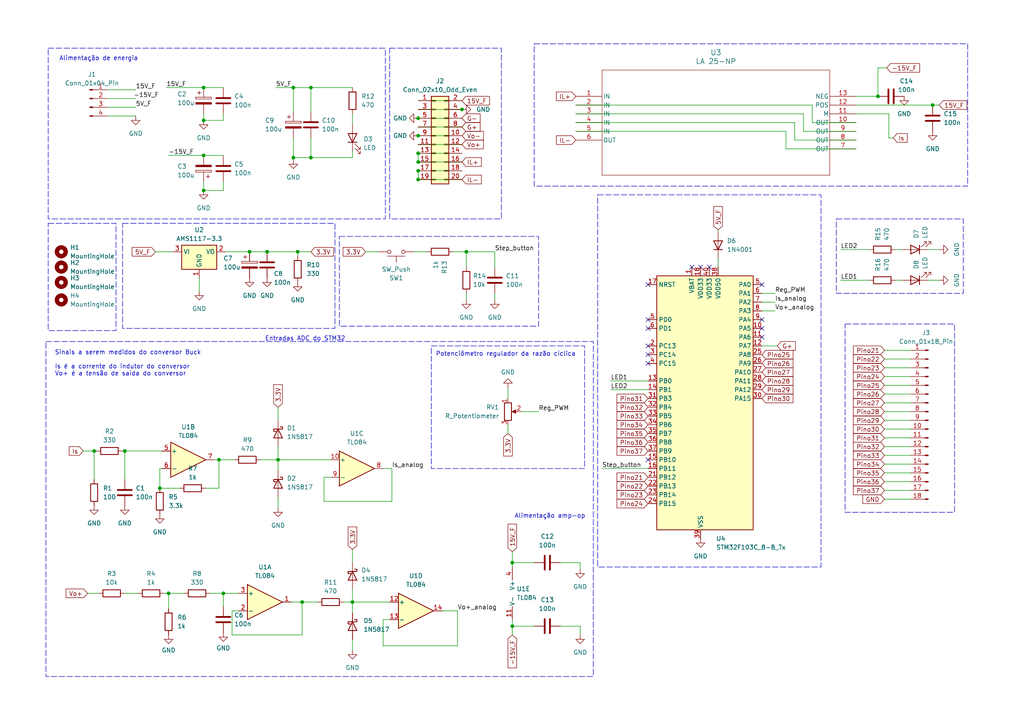
<source format=kicad_sch>
(kicad_sch (version 20230121) (generator eeschema)
  (paper "A4")
  (title_block (title "Instrumentação conversor Buck didático") (date "2024-04-09") (rev "v1.1") (comment 1 "Projetista: Milton Brenner Machado Matoso"))
  (lib_symbols
    (symbol "Amplifier_Operational:TL084" (pin_names (offset 0.127))
      (property "Reference" "U" (at 0 5.08 0))
      (property "Value" "TL084" (at 0 -5.08 0))
      (symbol "TL084_1_1"
        (pin output line (at 7.62 0 180) (length 2.54) (name "~") (number "1"))
        (pin input line (at -7.62 -2.54 0) (length 2.54) (name "-") (number "2"))
        (pin input line (at -7.62 2.54 0) (length 2.54) (name "+") (number "3"))
      )
      (symbol "TL084_2_1"
        (pin input line (at -7.62 2.54 0) (length 2.54) (name "+") (number "5"))
        (pin input line (at -7.62 -2.54 0) (length 2.54) (name "-") (number "6"))
        (pin output line (at 7.62 0 180) (length 2.54) (name "~") (number "7"))
      )
      (symbol "TL084_3_1"
        (pin input line (at -7.62 2.54 0) (length 2.54) (name "+") (number "10"))
        (pin output line (at 7.62 0 180) (length 2.54) (name "~") (number "8"))
        (pin input line (at -7.62 -2.54 0) (length 2.54) (name "-") (number "9"))
      )
      (symbol "TL084_4_1"
        (pin input line (at -7.62 2.54 0) (length 2.54) (name "+") (number "12"))
        (pin input line (at -7.62 -2.54 0) (length 2.54) (name "-") (number "13"))
        (pin output line (at 7.62 0 180) (length 2.54) (name "~") (number "14"))
      )
      (symbol "TL084_5_1"
        (pin power_in line (at -2.54 -7.62 90) (length 3.81) (name "V-") (number "11"))
        (pin power_in line (at -2.54 7.62 270) (length 3.81) (name "V+") (number "4"))
      )
    )
    (symbol "Connector:Conn_01x04_Pin" (pin_names (offset 1.016) hide)
      (property "Reference" "J" (at 0 5.08 0))
      (property "Value" "Conn_01x04_Pin" (at 0 -7.62 0))
      (symbol "Conn_01x04_Pin_1_1"
        (pin passive line (at 5.08 2.54 180) (length 3.81) (name "Pin_1") (number "1"))
        (pin passive line (at 5.08 0 180) (length 3.81) (name "Pin_2") (number "2"))
        (pin passive line (at 5.08 -2.54 180) (length 3.81) (name "Pin_3") (number "3"))
        (pin passive line (at 5.08 -5.08 180) (length 3.81) (name "Pin_4") (number "4"))
      )
    )
    (symbol "Connector:Conn_01x18_Pin" (pin_names (offset 1.016) hide)
      (property "Reference" "J" (at 0 22.86 0))
      (property "Value" "Conn_01x18_Pin" (at 0 -25.4 0))
      (symbol "Conn_01x18_Pin_1_1"
        (pin passive line (at 5.08 20.32 180) (length 3.81) (name "Pin_1") (number "1"))
        (pin passive line (at 5.08 -2.54 180) (length 3.81) (name "Pin_10") (number "10"))
        (pin passive line (at 5.08 -5.08 180) (length 3.81) (name "Pin_11") (number "11"))
        (pin passive line (at 5.08 -7.62 180) (length 3.81) (name "Pin_12") (number "12"))
        (pin passive line (at 5.08 -10.16 180) (length 3.81) (name "Pin_13") (number "13"))
        (pin passive line (at 5.08 -12.7 180) (length 3.81) (name "Pin_14") (number "14"))
        (pin passive line (at 5.08 -15.24 180) (length 3.81) (name "Pin_15") (number "15"))
        (pin passive line (at 5.08 -17.78 180) (length 3.81) (name "Pin_16") (number "16"))
        (pin passive line (at 5.08 -20.32 180) (length 3.81) (name "Pin_17") (number "17"))
        (pin passive line (at 5.08 -22.86 180) (length 3.81) (name "Pin_18") (number "18"))
        (pin passive line (at 5.08 17.78 180) (length 3.81) (name "Pin_2") (number "2"))
        (pin passive line (at 5.08 15.24 180) (length 3.81) (name "Pin_3") (number "3"))
        (pin passive line (at 5.08 12.7 180) (length 3.81) (name "Pin_4") (number "4"))
        (pin passive line (at 5.08 10.16 180) (length 3.81) (name "Pin_5") (number "5"))
        (pin passive line (at 5.08 7.62 180) (length 3.81) (name "Pin_6") (number "6"))
        (pin passive line (at 5.08 5.08 180) (length 3.81) (name "Pin_7") (number "7"))
        (pin passive line (at 5.08 2.54 180) (length 3.81) (name "Pin_8") (number "8"))
        (pin passive line (at 5.08 0 180) (length 3.81) (name "Pin_9") (number "9"))
      )
    )
    (symbol "Connector_Generic:Conn_02x10_Odd_Even" (pin_names (offset 1.016) hide)
      (property "Reference" "J" (at 1.27 12.7 0))
      (property "Value" "Conn_02x10_Odd_Even" (at 1.27 -15.24 0))
      (symbol "Conn_02x10_Odd_Even_1_1"
        (pin passive line (at -5.08 10.16 0) (length 3.81) (name "Pin_1") (number "1"))
        (pin passive line (at 7.62 0 180) (length 3.81) (name "Pin_10") (number "10"))
        (pin passive line (at -5.08 -2.54 0) (length 3.81) (name "Pin_11") (number "11"))
        (pin passive line (at 7.62 -2.54 180) (length 3.81) (name "Pin_12") (number "12"))
        (pin passive line (at -5.08 -5.08 0) (length 3.81) (name "Pin_13") (number "13"))
        (pin passive line (at 7.62 -5.08 180) (length 3.81) (name "Pin_14") (number "14"))
        (pin passive line (at -5.08 -7.62 0) (length 3.81) (name "Pin_15") (number "15"))
        (pin passive line (at 7.62 -7.62 180) (length 3.81) (name "Pin_16") (number "16"))
        (pin passive line (at -5.08 -10.16 0) (length 3.81) (name "Pin_17") (number "17"))
        (pin passive line (at 7.62 -10.16 180) (length 3.81) (name "Pin_18") (number "18"))
        (pin passive line (at -5.08 -12.7 0) (length 3.81) (name "Pin_19") (number "19"))
        (pin passive line (at 7.62 10.16 180) (length 3.81) (name "Pin_2") (number "2"))
        (pin passive line (at 7.62 -12.7 180) (length 3.81) (name "Pin_20") (number "20"))
        (pin passive line (at -5.08 7.62 0) (length 3.81) (name "Pin_3") (number "3"))
        (pin passive line (at 7.62 7.62 180) (length 3.81) (name "Pin_4") (number "4"))
        (pin passive line (at -5.08 5.08 0) (length 3.81) (name "Pin_5") (number "5"))
        (pin passive line (at 7.62 5.08 180) (length 3.81) (name "Pin_6") (number "6"))
        (pin passive line (at -5.08 2.54 0) (length 3.81) (name "Pin_7") (number "7"))
        (pin passive line (at 7.62 2.54 180) (length 3.81) (name "Pin_8") (number "8"))
        (pin passive line (at -5.08 0 0) (length 3.81) (name "Pin_9") (number "9"))
      )
    )
    (symbol "Device:C" (pin_numbers hide) (pin_names (offset 0.254))
      (property "Reference" "C" (at 0.635 2.54 0))
      (property "Value" "C" (at 0.635 -2.54 0))
      (symbol "C_1_1"
        (pin passive line (at 0 3.81 270) (length 2.794) (name "~") (number "1"))
        (pin passive line (at 0 -3.81 90) (length 2.794) (name "~") (number "2"))
      )
    )
    (symbol "Device:C_Polarized" (pin_numbers hide) (pin_names (offset 0.254))
      (property "Reference" "C" (at 0.635 2.54 0))
      (property "Value" "C_Polarized" (at 0.635 -2.54 0))
      (symbol "C_Polarized_1_1"
        (pin passive line (at 0 3.81 270) (length 2.794) (name "~") (number "1"))
        (pin passive line (at 0 -3.81 90) (length 2.794) (name "~") (number "2"))
      )
    )
    (symbol "Device:LED" (pin_numbers hide) (pin_names (offset 1.016) hide)
      (property "Reference" "D" (at 0 2.54 0))
      (property "Value" "LED" (at 0 -2.54 0))
      (symbol "LED_1_1"
        (pin passive line (at -3.81 0 0) (length 2.54) (name "K") (number "1"))
        (pin passive line (at 3.81 0 180) (length 2.54) (name "A") (number "2"))
      )
    )
    (symbol "Device:R" (pin_numbers hide) (pin_names (offset 0))
      (property "Reference" "R" (at 2.032 0 90))
      (property "Value" "R" (at 0 0 90))
      (symbol "R_1_1"
        (pin passive line (at 0 3.81 270) (length 1.27) (name "~") (number "1"))
        (pin passive line (at 0 -3.81 90) (length 1.27) (name "~") (number "2"))
      )
    )
    (symbol "Device:R_Potentiometer" (pin_names (offset 1.016) hide)
      (property "Reference" "RV" (at -4.445 0 90))
      (property "Value" "R_Potentiometer" (at -2.54 0 90))
      (symbol "R_Potentiometer_1_1"
        (pin passive line (at 0 3.81 270) (length 1.27) (name "1") (number "1"))
        (pin passive line (at 3.81 0 180) (length 1.27) (name "2") (number "2"))
        (pin passive line (at 0 -3.81 90) (length 1.27) (name "3") (number "3"))
      )
    )
    (symbol "Diode:1N4001" (pin_numbers hide) (pin_names hide)
      (property "Reference" "D" (at 0 2.54 0))
      (property "Value" "1N4001" (at 0 -2.54 0))
      (symbol "1N4001_1_1"
        (pin passive line (at -3.81 0 0) (length 2.54) (name "K") (number "1"))
        (pin passive line (at 3.81 0 180) (length 2.54) (name "A") (number "2"))
      )
    )
    (symbol "Diode:1N5817" (pin_numbers hide) (pin_names (offset 1.016) hide)
      (property "Reference" "D" (at 0 2.54 0))
      (property "Value" "1N5817" (at 0 -2.54 0))
      (symbol "1N5817_1_1"
        (pin passive line (at -3.81 0 0) (length 2.54) (name "K") (number "1"))
        (pin passive line (at 3.81 0 180) (length 2.54) (name "A") (number "2"))
      )
    )
    (symbol "LA25-NP:LA_25-NP" (pin_names (offset 0.254))
      (property "Reference" "U" (at 40.64 12.7 0))
      (property "Value" "LA 25-NP" (at 40.64 10.16 0))
      (symbol "LA_25-NP_0_1"
        (pin input line (at 0 0 0) (length 7.62) (name "IN") (number "1"))
        (pin output line (at 81.28 -7.62 180) (length 7.62) (name "OUT") (number "10"))
        (pin unspecified line (at 81.28 -5.08 180) (length 7.62) (name "M") (number "11"))
        (pin unspecified line (at 81.28 -2.54 180) (length 7.62) (name "POS") (number "12"))
        (pin unspecified line (at 81.28 0 180) (length 7.62) (name "NEG") (number "13"))
        (pin input line (at 0 -2.54 0) (length 7.62) (name "IN") (number "2"))
        (pin input line (at 0 -5.08 0) (length 7.62) (name "IN") (number "3"))
        (pin input line (at 0 -7.62 0) (length 7.62) (name "IN") (number "4"))
        (pin input line (at 0 -10.16 0) (length 7.62) (name "IN") (number "5"))
        (pin output line (at 0 -12.7 0) (length 7.62) (name "OUT") (number "6"))
        (pin output line (at 81.28 -15.24 180) (length 7.62) (name "OUT") (number "7"))
        (pin output line (at 81.28 -12.7 180) (length 7.62) (name "OUT") (number "8"))
        (pin output line (at 81.28 -10.16 180) (length 7.62) (name "OUT") (number "9"))
      )
    )
    (symbol "MCU_ST_STM32F1:STM32F103C_8-B_Tx"
      (property "Reference" "U2" (at 4.4959 -38.1 0))
      (property "Value" "STM32F103C_8-B_Tx" (at 4.4959 -40.64 0))
      (symbol "STM32F103C_8-B_Tx_1_1"
        (pin power_in line (at -2.54 40.64 270) (length 2.54) (name "VBAT") (number "1"))
        (pin bidirectional line (at 17.78 22.86 180) (length 2.54) (name "PA5") (number "10"))
        (pin bidirectional line (at 17.78 20.32 180) (length 2.54) (name "PA6") (number "11"))
        (pin bidirectional line (at 17.78 17.78 180) (length 2.54) (name "PA7") (number "12"))
        (pin bidirectional line (at -15.24 7.62 0) (length 2.54) (name "PB0") (number "13"))
        (pin bidirectional line (at -15.24 5.08 0) (length 2.54) (name "PB1") (number "14"))
        (pin bidirectional line (at -15.24 -15.24 0) (length 2.54) (name "PB10") (number "15"))
        (pin bidirectional line (at -15.24 -17.78 0) (length 2.54) (name "PB11") (number "16"))
        (pin input line (at -15.24 35.56 0) (length 2.54) (name "NRST") (number "17"))
        (pin power_in line (at 0 40.64 270) (length 2.54) (name "VDD33") (number "18"))
        (pin passive line (at 0 -38.1 90) (length 2.54) hide (name "VSS") (number "19"))
        (pin bidirectional line (at -15.24 17.78 0) (length 2.54) (name "PC13") (number "2"))
        (pin passive line (at 0 -38.1 90) (length 2.54) hide (name "VSS") (number "20"))
        (pin bidirectional line (at -15.24 -20.32 0) (length 2.54) (name "PB12") (number "21"))
        (pin bidirectional line (at -15.24 -22.86 0) (length 2.54) (name "PB13") (number "22"))
        (pin bidirectional line (at -15.24 -25.4 0) (length 2.54) (name "PB14") (number "23"))
        (pin bidirectional line (at -15.24 -27.94 0) (length 2.54) (name "PB15") (number "24"))
        (pin bidirectional line (at 17.78 15.24 180) (length 2.54) (name "PA8") (number "25"))
        (pin bidirectional line (at 17.78 12.7 180) (length 2.54) (name "PA9") (number "26"))
        (pin bidirectional line (at 17.78 10.16 180) (length 2.54) (name "PA10") (number "27"))
        (pin bidirectional line (at 17.78 7.62 180) (length 2.54) (name "PA11") (number "28"))
        (pin bidirectional line (at 17.78 5.08 180) (length 2.54) (name "PA12") (number "29"))
        (pin bidirectional line (at -15.24 15.24 0) (length 2.54) (name "PC14") (number "3"))
        (pin bidirectional line (at 17.78 2.54 180) (length 2.54) (name "PA15") (number "30"))
        (pin bidirectional line (at -15.24 2.54 0) (length 2.54) (name "PB3") (number "31"))
        (pin bidirectional line (at -15.24 0 0) (length 2.54) (name "PB4") (number "32"))
        (pin bidirectional line (at -15.24 -2.54 0) (length 2.54) (name "PB5") (number "33"))
        (pin bidirectional line (at -15.24 -5.08 0) (length 2.54) (name "PB6") (number "34"))
        (pin bidirectional line (at -15.24 -7.62 0) (length 2.54) (name "PB7") (number "35"))
        (pin bidirectional line (at -15.24 -10.16 0) (length 2.54) (name "PB8") (number "36"))
        (pin bidirectional line (at -15.24 -12.7 0) (length 2.54) (name "PB9") (number "37"))
        (pin power_in line (at 5.08 40.64 270) (length 2.54) (name "VDD50") (number "38"))
        (pin passive line (at 0 -38.1 90) (length 2.54) (name "VSS") (number "39"))
        (pin bidirectional line (at -15.24 12.7 0) (length 2.54) (name "PC15") (number "4"))
        (pin power_in line (at 2.54 40.64 270) (length 2.54) (name "VDD33") (number "40"))
        (pin bidirectional line (at 17.78 35.56 180) (length 2.54) (name "PA0") (number "5"))
        (pin bidirectional line (at -15.24 25.4 0) (length 2.54) (name "PD0") (number "5"))
        (pin bidirectional line (at 17.78 33.02 180) (length 2.54) (name "PA1") (number "6"))
        (pin bidirectional line (at -15.24 22.86 0) (length 2.54) (name "PD1") (number "6"))
        (pin bidirectional line (at 17.78 30.48 180) (length 2.54) (name "PA2") (number "7"))
        (pin bidirectional line (at 17.78 27.94 180) (length 2.54) (name "PA3") (number "8"))
        (pin bidirectional line (at 17.78 25.4 180) (length 2.54) (name "PA4") (number "9"))
      )
    )
    (symbol "Mechanical:MountingHole" (pin_names (offset 1.016))
      (property "Reference" "H" (at 0 5.08 0))
      (property "Value" "MountingHole" (at 0 3.175 0))
    )
    (symbol "Regulator_Linear:AMS1117-3.3"
      (property "Reference" "U" (at -3.81 3.175 0))
      (property "Value" "AMS1117-3.3" (at 0 3.175 0))
      (symbol "AMS1117-3.3_1_1"
        (pin power_in line (at 0 -7.62 90) (length 2.54) (name "GND") (number "1"))
        (pin power_out line (at 7.62 0 180) (length 2.54) (name "VO") (number "2"))
        (pin power_in line (at -7.62 0 0) (length 2.54) (name "VI") (number "3"))
      )
    )
    (symbol "Switch:SW_Push" (pin_numbers hide) (pin_names (offset 1.016) hide)
      (property "Reference" "SW" (at 1.27 2.54 0))
      (property "Value" "SW_Push" (at 0 -1.524 0))
      (symbol "SW_Push_0_1"
        (pin passive line (at -5.08 0 0) (length 2.54) (name "1") (number "1"))
        (pin passive line (at 5.08 0 180) (length 2.54) (name "2") (number "2"))
      )
    )
    (symbol "power:GND" (power) (pin_names (offset 0))
      (property "Value" "GND" (at 0 -3.81 0))
      (symbol "GND_1_1"
        (pin power_in line (at 0 0 270) (length 0) hide (name "GND") (number "1"))
      )
    )
  )
  (junction (at 59.055 25.4))
  (junction (at 59.055 55.245))
  (junction (at 85.09 25.4))
  (junction (at 86.36 73.025))
  (junction (at 121.285 39.37))
  (junction (at 135.255 73.025))
  (junction (at 102.235 174.625))
  (junction (at 133.985 31.75))
  (junction (at 36.195 130.81))
  (junction (at 80.645 133.35))
  (junction (at 121.285 44.45))
  (junction (at 90.17 25.4))
  (junction (at 59.055 34.925))
  (junction (at 121.285 46.99))
  (junction (at 121.285 52.07))
  (junction (at 270.51 30.48))
  (junction (at 46.355 141.605))
  (junction (at 48.895 172.085))
  (junction (at 87.63 174.625))
  (junction (at 121.285 34.29))
  (junction (at 77.47 73.025))
  (junction (at 63.5 133.35))
  (junction (at 72.39 73.025))
  (junction (at 64.77 172.085))
  (junction (at 148.59 181.61))
  (junction (at 27.305 130.81))
  (junction (at 85.09 45.72))
  (junction (at 121.285 49.53))
  (junction (at 59.055 45.085))
  (junction (at 148.59 163.195))
  (junction (at 254.635 27.94))
  (junction (at 90.17 45.72))
  (no_connect (at 187.96 82.55))
  (no_connect (at 220.98 92.71))
  (no_connect (at 187.96 100.33))
  (no_connect (at 187.96 133.35))
  (no_connect (at 220.98 95.25))
  (no_connect (at 187.96 105.41))
  (no_connect (at 203.2 77.47))
  (no_connect (at 220.98 97.79))
  (no_connect (at 187.96 95.25))
  (no_connect (at 220.98 82.55))
  (no_connect (at 187.96 92.71))
  (no_connect (at 187.96 102.87))
  (no_connect (at 205.74 77.47))
  (no_connect (at 200.66 77.47))
  (wire (pts (xy 48.895 172.085) (xy 53.34 172.085)))
  (wire (pts (xy 148.59 163.195) (xy 148.59 164.465)))
  (wire (pts (xy 57.785 80.645) (xy 57.785 84.455)))
  (wire (pts (xy 102.235 33.02) (xy 102.235 36.195)))
  (wire (pts (xy 233.045 33.02) (xy 233.045 38.1)))
  (wire (pts (xy 128.27 177.165) (xy 132.715 177.165)))
  (wire (pts (xy 46.99 135.89) (xy 46.355 135.89)))
  (wire (pts (xy 77.47 73.025) (xy 86.36 73.025)))
  (wire (pts (xy 174.625 135.89) (xy 187.96 135.89)))
  (wire (pts (xy 45.085 73.025) (xy 50.165 73.025)))
  (wire (pts (xy 90.17 45.72) (xy 85.09 45.72)))
  (wire (pts (xy 148.59 163.195) (xy 154.94 163.195)))
  (wire (pts (xy 121.285 49.53) (xy 121.285 52.07)))
  (wire (pts (xy 143.51 85.09) (xy 143.51 86.995)))
  (wire (pts (xy 167.005 33.02) (xy 233.045 33.02)))
  (wire (pts (xy 99.695 174.625) (xy 102.235 174.625)))
  (wire (pts (xy 132.715 177.165) (xy 132.715 187.325)))
  (wire (pts (xy 235.585 30.48) (xy 235.585 35.56)))
  (wire (pts (xy 177.165 113.03) (xy 187.96 113.03)))
  (wire (pts (xy 90.17 25.4) (xy 90.17 32.385)))
  (wire (pts (xy 256.54 104.14) (xy 264.16 104.14)))
  (wire (pts (xy 80.645 133.35) (xy 80.645 136.525)))
  (wire (pts (xy 167.005 35.56) (xy 230.505 35.56)))
  (wire (pts (xy 85.09 25.4) (xy 90.17 25.4)))
  (wire (pts (xy 121.285 39.37) (xy 133.985 39.37)))
  (wire (pts (xy 227.965 38.1) (xy 227.965 43.18)))
  (wire (pts (xy 135.255 85.09) (xy 135.255 86.995)))
  (wire (pts (xy 243.84 81.28) (xy 252.095 81.28)))
  (wire (pts (xy 67.31 184.15) (xy 67.31 177.165)))
  (wire (pts (xy 256.54 111.76) (xy 264.16 111.76)))
  (wire (pts (xy 256.54 139.7) (xy 264.16 139.7)))
  (wire (pts (xy 243.84 72.39) (xy 252.095 72.39)))
  (wire (pts (xy 256.54 144.78) (xy 264.16 144.78)))
  (wire (pts (xy 85.09 45.72) (xy 85.09 46.355)))
  (wire (pts (xy 256.54 121.92) (xy 264.16 121.92)))
  (wire (pts (xy 48.26 25.4) (xy 59.055 25.4)))
  (wire (pts (xy 85.09 40.005) (xy 85.09 45.72)))
  (wire (pts (xy 148.59 181.61) (xy 148.59 184.15)))
  (wire (pts (xy 80.645 133.35) (xy 80.645 129.54)))
  (wire (pts (xy 121.285 31.75) (xy 133.985 31.75)))
  (wire (pts (xy 35.56 130.81) (xy 36.195 130.81)))
  (wire (pts (xy 102.235 45.72) (xy 90.17 45.72)))
  (wire (pts (xy 24.13 130.81) (xy 27.305 130.81)))
  (wire (pts (xy 167.005 30.48) (xy 235.585 30.48)))
  (wire (pts (xy 148.59 181.61) (xy 154.94 181.61)))
  (wire (pts (xy 93.98 145.415) (xy 93.98 138.43)))
  (wire (pts (xy 254.635 27.94) (xy 248.285 27.94)))
  (wire (pts (xy 80.645 133.35) (xy 95.885 133.35)))
  (wire (pts (xy 102.235 174.625) (xy 102.235 170.815)))
  (wire (pts (xy 84.455 174.625) (xy 87.63 174.625)))
  (wire (pts (xy 31.115 26.035) (xy 39.37 26.035)))
  (wire (pts (xy 67.31 177.165) (xy 69.215 177.165)))
  (wire (pts (xy 148.59 179.705) (xy 148.59 181.61)))
  (wire (pts (xy 59.055 25.4) (xy 64.77 25.4)))
  (wire (pts (xy 86.36 73.025) (xy 90.17 73.025)))
  (wire (pts (xy 132.715 187.325) (xy 111.125 187.325)))
  (wire (pts (xy 113.665 135.89) (xy 113.665 145.415)))
  (wire (pts (xy 208.28 74.93) (xy 208.28 77.47)))
  (wire (pts (xy 257.175 19.685) (xy 254.635 19.685)))
  (wire (pts (xy 256.54 106.68) (xy 264.16 106.68)))
  (wire (pts (xy 256.54 132.08) (xy 264.16 132.08)))
  (wire (pts (xy 208.28 66.675) (xy 208.28 67.31)))
  (wire (pts (xy 168.275 165.1) (xy 168.275 163.195)))
  (wire (pts (xy 102.235 43.815) (xy 102.235 45.72)))
  (wire (pts (xy 177.165 110.49) (xy 187.96 110.49)))
  (wire (pts (xy 147.32 112.395) (xy 147.32 115.57)))
  (wire (pts (xy 220.98 85.09) (xy 224.79 85.09)))
  (wire (pts (xy 87.63 174.625) (xy 92.075 174.625)))
  (wire (pts (xy 269.24 72.39) (xy 272.415 72.39)))
  (wire (pts (xy 120.015 73.025) (xy 123.825 73.025)))
  (wire (pts (xy 63.5 133.35) (xy 67.945 133.35)))
  (wire (pts (xy 121.285 44.45) (xy 121.285 46.99)))
  (wire (pts (xy 269.24 81.28) (xy 272.415 81.28)))
  (wire (pts (xy 167.005 38.1) (xy 227.965 38.1)))
  (wire (pts (xy 47.625 172.085) (xy 48.895 172.085)))
  (wire (pts (xy 46.355 141.605) (xy 52.07 141.605)))
  (wire (pts (xy 80.645 118.11) (xy 80.645 121.92)))
  (wire (pts (xy 227.965 43.18) (xy 248.285 43.18)))
  (wire (pts (xy 63.5 141.605) (xy 59.69 141.605)))
  (wire (pts (xy 233.045 38.1) (xy 248.285 38.1)))
  (wire (pts (xy 64.77 175.895) (xy 64.77 172.085)))
  (wire (pts (xy 259.715 81.28) (xy 261.62 81.28)))
  (wire (pts (xy 256.54 116.84) (xy 264.16 116.84)))
  (wire (pts (xy 75.565 133.35) (xy 80.645 133.35)))
  (wire (pts (xy 109.855 73.025) (xy 106.045 73.025)))
  (wire (pts (xy 90.17 25.4) (xy 102.235 25.4)))
  (wire (pts (xy 230.505 35.56) (xy 230.505 40.64)))
  (wire (pts (xy 102.235 174.625) (xy 102.235 177.8)))
  (wire (pts (xy 60.96 172.085) (xy 64.77 172.085)))
  (wire (pts (xy 90.17 40.005) (xy 90.17 45.72)))
  (wire (pts (xy 235.585 35.56) (xy 248.285 35.56)))
  (wire (pts (xy 25.4 172.085) (xy 28.575 172.085)))
  (wire (pts (xy 230.505 40.64) (xy 248.285 40.64)))
  (wire (pts (xy 87.63 174.625) (xy 87.63 184.15)))
  (wire (pts (xy 256.54 124.46) (xy 264.16 124.46)))
  (wire (pts (xy 64.77 52.705) (xy 64.77 55.245)))
  (wire (pts (xy 62.23 133.35) (xy 63.5 133.35)))
  (wire (pts (xy 256.54 114.3) (xy 264.16 114.3)))
  (wire (pts (xy 111.125 179.705) (xy 113.03 179.705)))
  (wire (pts (xy 64.77 34.925) (xy 59.055 34.925)))
  (wire (pts (xy 168.275 184.15) (xy 168.275 181.61)))
  (wire (pts (xy 102.235 159.385) (xy 102.235 163.195)))
  (wire (pts (xy 143.51 73.025) (xy 143.51 77.47)))
  (wire (pts (xy 121.285 36.83) (xy 133.985 36.83)))
  (wire (pts (xy 220.98 90.17) (xy 224.79 90.17)))
  (wire (pts (xy 220.98 100.33) (xy 225.425 100.33)))
  (wire (pts (xy 72.39 73.025) (xy 77.47 73.025)))
  (wire (pts (xy 31.115 28.575) (xy 39.37 28.575)))
  (wire (pts (xy 48.895 172.085) (xy 48.895 176.53)))
  (wire (pts (xy 256.54 109.22) (xy 264.16 109.22)))
  (wire (pts (xy 121.285 29.21) (xy 133.985 29.21)))
  (wire (pts (xy 65.405 73.025) (xy 72.39 73.025)))
  (wire (pts (xy 59.055 45.085) (xy 64.77 45.085)))
  (wire (pts (xy 113.665 145.415) (xy 93.98 145.415)))
  (wire (pts (xy 31.115 31.115) (xy 39.37 31.115)))
  (wire (pts (xy 257.81 33.02) (xy 248.285 33.02)))
  (wire (pts (xy 64.77 172.085) (xy 69.215 172.085)))
  (wire (pts (xy 256.54 101.6) (xy 264.16 101.6)))
  (wire (pts (xy 168.275 181.61) (xy 162.56 181.61)))
  (wire (pts (xy 36.195 130.81) (xy 46.99 130.81)))
  (wire (pts (xy 46.355 135.89) (xy 46.355 141.605)))
  (wire (pts (xy 121.285 44.45) (xy 133.985 44.45)))
  (wire (pts (xy 147.32 123.19) (xy 147.32 125.73)))
  (wire (pts (xy 256.54 137.16) (xy 264.16 137.16)))
  (wire (pts (xy 63.5 133.35) (xy 63.5 141.605)))
  (wire (pts (xy 121.285 34.29) (xy 133.985 34.29)))
  (wire (pts (xy 257.81 40.005) (xy 257.81 33.02)))
  (wire (pts (xy 135.255 73.025) (xy 135.255 77.47)))
  (wire (pts (xy 85.09 25.4) (xy 85.09 32.385)))
  (wire (pts (xy 27.305 130.81) (xy 27.94 130.81)))
  (wire (pts (xy 256.54 127) (xy 264.16 127)))
  (wire (pts (xy 86.36 73.025) (xy 86.36 74.295)))
  (wire (pts (xy 27.305 130.81) (xy 27.305 139.065)))
  (wire (pts (xy 259.715 72.39) (xy 261.62 72.39)))
  (wire (pts (xy 36.195 130.81) (xy 36.195 139.065)))
  (wire (pts (xy 121.285 41.91) (xy 133.985 41.91)))
  (wire (pts (xy 256.54 119.38) (xy 264.16 119.38)))
  (wire (pts (xy 48.895 45.085) (xy 59.055 45.085)))
  (wire (pts (xy 272.415 30.48) (xy 270.51 30.48)))
  (wire (pts (xy 121.285 49.53) (xy 133.985 49.53)))
  (wire (pts (xy 93.98 138.43) (xy 95.885 138.43)))
  (wire (pts (xy 256.54 129.54) (xy 264.16 129.54)))
  (wire (pts (xy 80.645 144.145) (xy 80.645 147.32)))
  (wire (pts (xy 148.59 160.02) (xy 148.59 163.195)))
  (wire (pts (xy 257.81 40.005) (xy 259.08 40.005)))
  (wire (pts (xy 135.255 73.025) (xy 143.51 73.025)))
  (wire (pts (xy 256.54 134.62) (xy 264.16 134.62)))
  (wire (pts (xy 80.01 25.4) (xy 85.09 25.4)))
  (wire (pts (xy 121.285 52.07) (xy 133.985 52.07)))
  (wire (pts (xy 151.13 119.38) (xy 156.21 119.38)))
  (wire (pts (xy 64.77 33.02) (xy 64.77 34.925)))
  (wire (pts (xy 270.51 30.48) (xy 248.285 30.48)))
  (wire (pts (xy 220.98 87.63) (xy 224.79 87.63)))
  (wire (pts (xy 102.235 185.42) (xy 102.235 188.595)))
  (wire (pts (xy 131.445 73.025) (xy 135.255 73.025)))
  (wire (pts (xy 59.055 33.02) (xy 59.055 34.925)))
  (wire (pts (xy 256.54 142.24) (xy 264.16 142.24)))
  (wire (pts (xy 59.055 52.705) (xy 59.055 55.245)))
  (wire (pts (xy 254.635 19.685) (xy 254.635 27.94)))
  (wire (pts (xy 64.77 55.245) (xy 59.055 55.245)))
  (wire (pts (xy 121.285 46.99) (xy 133.985 46.99)))
  (wire (pts (xy 87.63 184.15) (xy 67.31 184.15)))
  (wire (pts (xy 111.125 135.89) (xy 113.665 135.89)))
  (wire (pts (xy 111.125 187.325) (xy 111.125 179.705)))
  (wire (pts (xy 31.115 33.655) (xy 39.37 33.655)))
  (wire (pts (xy 168.275 163.195) (xy 162.56 163.195)))
  (wire (pts (xy 102.235 174.625) (xy 113.03 174.625)))
  (wire (pts (xy 36.195 172.085) (xy 40.005 172.085)))
  (rectangle (start 13.335 99.06) (end 172.085 196.215) (stroke (width 0) (type dash)))
  (rectangle (start 98.425 68.58) (end 156.21 94.615) (stroke (width 0) (type dash)))
  (rectangle (start 125.095 100.33) (end 169.545 135.89) (stroke (width 0) (type dash)))
  (rectangle (start 113.03 13.97) (end 145.415 63.5) (stroke (width 0) (type dash)))
  (rectangle (start 245.11 93.98) (end 276.86 148.59) (stroke (width 0) (type dash)))
  (rectangle (start 13.97 13.97) (end 111.76 63.5) (stroke (width 0) (type dash)))
  (rectangle (start 173.355 56.515) (end 238.125 164.465) (stroke (width 0) (type dash)))
  (rectangle (start 13.97 64.77) (end 33.655 95.885) (stroke (width 0) (type dash)))
  (rectangle (start 35.56 64.77) (end 97.155 95.25) (stroke (width 0) (type dash)))
  (rectangle (start 242.57 63.5) (end 279.4 85.09) (stroke (width 0) (type dash)))
  (rectangle (start 154.94 12.7) (end 280.67 53.975) (stroke (width 0) (type dash)))
  (text "Alimentação de energia" (at 17.145 17.78 0) (effects (font (size 1.27 1.27)) (justify left bottom)))
  (text "Potenciômetro regulador da razão cíclica" (at 126.365 103.505 0) (effects (font (size 1.27 1.27)) (justify left bottom)))
  (text "Sinais a serem medidos do conversor Buck\n\nIs é a corrente do indutor do conversor\nVo+ é a tensão de saída do conversor\n" (at 15.875 109.22 0) (effects (font (size 1.27 1.27)) (justify left bottom)))
  (text "Entradas ADC do STM32" (at 76.835 99.06 0) (effects (font (size 1.27 1.27)) (justify left bottom)))
  (text "Alimentação amp-op" (at 149.225 150.495 0) (effects (font (size 1.27 1.27)) (justify left bottom)))
  (label "15V_F" (at 48.26 25.4 0))
  (label "Vo+_analog" (at 132.715 177.165 0))
  (label "Reg_PWM" (at 224.79 85.09 0))
  (label "LED1" (at 243.84 81.28 0))
  (label "-15V_F" (at 38.735 28.575 0))
  (label "LED2" (at 243.84 72.39 0))
  (label "Is_analog" (at 113.665 135.89 0))
  (label "Vo+_analog" (at 224.79 90.17 0))
  (label "Reg_PWM" (at 156.21 119.38 0))
  (label "5V_F" (at 80.01 25.4 0))
  (label "LED1" (at 177.165 110.49 0))
  (label "Step_button" (at 174.625 135.89 0))
  (label "-15V_F" (at 48.895 45.085 0))
  (label "5V_F" (at 39.37 31.115 0))
  (label "15V_F" (at 39.37 26.035 0))
  (label "Is_analog" (at 224.79 87.63 0))
  (label "LED2" (at 177.165 113.03 0))
  (label "Step_button" (at 143.51 73.025 0))
  (global_label "Pino21" (shape input) (at 187.96 138.43 180) (property "Intersheetrefs" "${INTERSHEET_REFS}" (effects hide)))
  (global_label "Pino36" (shape input) (at 187.96 128.27 180) (property "Intersheetrefs" "${INTERSHEET_REFS}" (effects hide)))
  (global_label "Pino30" (shape input) (at 256.54 124.46 180) (property "Intersheetrefs" "${INTERSHEET_REFS}" (effects hide)))
  (global_label "IL+" (shape input) (at 167.005 27.94 180) (property "Intersheetrefs" "${INTERSHEET_REFS}" (effects hide)))
  (global_label "Pino24" (shape input) (at 256.54 109.22 180) (property "Intersheetrefs" "${INTERSHEET_REFS}" (effects hide)))
  (global_label "Pino37" (shape input) (at 187.96 130.81 180) (property "Intersheetrefs" "${INTERSHEET_REFS}" (effects hide)))
  (global_label "Pino23" (shape input) (at 256.54 106.68 180) (property "Intersheetrefs" "${INTERSHEET_REFS}" (effects hide)))
  (global_label "G+" (shape input) (at 133.985 36.83 0) (property "Intersheetrefs" "${INTERSHEET_REFS}" (effects hide)))
  (global_label "3.3V" (shape input) (at 80.645 118.11 90) (property "Intersheetrefs" "${INTERSHEET_REFS}" (effects hide)))
  (global_label "Pino32" (shape input) (at 256.54 129.54 180) (property "Intersheetrefs" "${INTERSHEET_REFS}" (effects hide)))
  (global_label "Pino35" (shape input) (at 187.96 125.73 180) (property "Intersheetrefs" "${INTERSHEET_REFS}" (effects hide)))
  (global_label "5V_F" (shape input) (at 45.085 73.025 180) (property "Intersheetrefs" "${INTERSHEET_REFS}" (effects hide)))
  (global_label "IL+" (shape input) (at 133.985 46.99 0) (property "Intersheetrefs" "${INTERSHEET_REFS}" (effects hide)))
  (global_label "Pino24" (shape input) (at 187.96 146.05 180) (property "Intersheetrefs" "${INTERSHEET_REFS}" (effects hide)))
  (global_label "Pino27" (shape input) (at 256.54 116.84 180) (property "Intersheetrefs" "${INTERSHEET_REFS}" (effects hide)))
  (global_label "IL-" (shape input) (at 167.005 40.64 180) (property "Intersheetrefs" "${INTERSHEET_REFS}" (effects hide)))
  (global_label "IL-" (shape input) (at 133.985 52.07 0) (property "Intersheetrefs" "${INTERSHEET_REFS}" (effects hide)))
  (global_label "Pino36" (shape input) (at 256.54 139.7 180) (property "Intersheetrefs" "${INTERSHEET_REFS}" (effects hide)))
  (global_label "Pino32" (shape input) (at 187.96 118.11 180) (property "Intersheetrefs" "${INTERSHEET_REFS}" (effects hide)))
  (global_label "-15V_F" (shape input) (at 148.59 184.15 270) (property "Intersheetrefs" "${INTERSHEET_REFS}" (effects hide)))
  (global_label "Pino25" (shape input) (at 220.98 102.87 0) (property "Intersheetrefs" "${INTERSHEET_REFS}" (effects hide)))
  (global_label "G-" (shape input) (at 133.985 34.29 0) (property "Intersheetrefs" "${INTERSHEET_REFS}" (effects hide)))
  (global_label "Pino35" (shape input) (at 256.54 137.16 180) (property "Intersheetrefs" "${INTERSHEET_REFS}" (effects hide)))
  (global_label "Pino31" (shape input) (at 187.96 115.57 180) (property "Intersheetrefs" "${INTERSHEET_REFS}" (effects hide)))
  (global_label "Pino31" (shape input) (at 256.54 127 180) (property "Intersheetrefs" "${INTERSHEET_REFS}" (effects hide)))
  (global_label "Pino27" (shape input) (at 220.98 107.95 0) (property "Intersheetrefs" "${INTERSHEET_REFS}" (effects hide)))
  (global_label "Pino29" (shape input) (at 220.98 113.03 0) (property "Intersheetrefs" "${INTERSHEET_REFS}" (effects hide)))
  (global_label "Vo+" (shape input) (at 133.985 41.91 0) (property "Intersheetrefs" "${INTERSHEET_REFS}" (effects hide)))
  (global_label "Pino21" (shape input) (at 256.54 101.6 180) (property "Intersheetrefs" "${INTERSHEET_REFS}" (effects hide)))
  (global_label "Is" (shape input) (at 259.08 40.005 0) (property "Intersheetrefs" "${INTERSHEET_REFS}" (effects hide)))
  (global_label "15V_F" (shape input) (at 148.59 160.02 90) (property "Intersheetrefs" "${INTERSHEET_REFS}" (effects hide)))
  (global_label "Pino29" (shape input) (at 256.54 121.92 180) (property "Intersheetrefs" "${INTERSHEET_REFS}" (effects hide)))
  (global_label "Vo-" (shape input) (at 133.985 39.37 0) (property "Intersheetrefs" "${INTERSHEET_REFS}" (effects hide)))
  (global_label "15V_F" (shape input) (at 133.985 29.21 0) (property "Intersheetrefs" "${INTERSHEET_REFS}" (effects hide)))
  (global_label "Pino22" (shape input) (at 256.54 104.14 180) (property "Intersheetrefs" "${INTERSHEET_REFS}" (effects hide)))
  (global_label "Pino34" (shape input) (at 187.96 123.19 180) (property "Intersheetrefs" "${INTERSHEET_REFS}" (effects hide)))
  (global_label "Is" (shape input) (at 24.13 130.81 180) (property "Intersheetrefs" "${INTERSHEET_REFS}" (effects hide)))
  (global_label "Pino28" (shape input) (at 256.54 119.38 180) (property "Intersheetrefs" "${INTERSHEET_REFS}" (effects hide)))
  (global_label "Pino28" (shape input) (at 220.98 110.49 0) (property "Intersheetrefs" "${INTERSHEET_REFS}" (effects hide)))
  (global_label "G+" (shape input) (at 225.425 100.33 0) (property "Intersheetrefs" "${INTERSHEET_REFS}" (effects hide)))
  (global_label "Pino34" (shape input) (at 256.54 134.62 180) (property "Intersheetrefs" "${INTERSHEET_REFS}" (effects hide)))
  (global_label "Pino26" (shape input) (at 220.98 105.41 0) (property "Intersheetrefs" "${INTERSHEET_REFS}" (effects hide)))
  (global_label "-15V_F" (shape input) (at 257.175 19.685 0) (property "Intersheetrefs" "${INTERSHEET_REFS}" (effects hide)))
  (global_label "Pino30" (shape input) (at 220.98 115.57 0) (property "Intersheetrefs" "${INTERSHEET_REFS}" (effects hide)))
  (global_label "3.3V" (shape input) (at 147.32 125.73 270) (property "Intersheetrefs" "${INTERSHEET_REFS}" (effects hide)))
  (global_label "3.3V" (shape input) (at 90.17 73.025 0) (property "Intersheetrefs" "${INTERSHEET_REFS}" (effects hide)))
  (global_label "Pino25" (shape input) (at 256.54 111.76 180) (property "Intersheetrefs" "${INTERSHEET_REFS}" (effects hide)))
  (global_label "Pino26" (shape input) (at 256.54 114.3 180) (property "Intersheetrefs" "${INTERSHEET_REFS}" (effects hide)))
  (global_label "Pino33" (shape input) (at 256.54 132.08 180) (property "Intersheetrefs" "${INTERSHEET_REFS}" (effects hide)))
  (global_label "Pino37" (shape input) (at 256.54 142.24 180) (property "Intersheetrefs" "${INTERSHEET_REFS}" (effects hide)))
  (global_label "Pino33" (shape input) (at 187.96 120.65 180) (property "Intersheetrefs" "${INTERSHEET_REFS}" (effects hide)))
  (global_label "5V_F" (shape input) (at 208.28 66.675 90) (property "Intersheetrefs" "${INTERSHEET_REFS}" (effects hide)))
  (global_label "3.3V" (shape input) (at 106.045 73.025 180) (property "Intersheetrefs" "${INTERSHEET_REFS}" (effects hide)))
  (global_label "GND" (shape input) (at 256.54 144.78 180) (property "Intersheetrefs" "${INTERSHEET_REFS}" (effects hide)))
  (global_label "15V_F" (shape input) (at 272.415 30.48 0) (property "Intersheetrefs" "${INTERSHEET_REFS}" (effects hide)))
  (global_label "3.3V" (shape input) (at 102.235 159.385 90) (property "Intersheetrefs" "${INTERSHEET_REFS}" (effects hide)))
  (global_label "Vo+" (shape input) (at 25.4 172.085 180) (property "Intersheetrefs" "${INTERSHEET_REFS}" (effects hide)))
  (global_label "Pino22" (shape input) (at 187.96 140.97 180) (property "Intersheetrefs" "${INTERSHEET_REFS}" (effects hide)))
  (global_label "Pino23" (shape input) (at 187.96 143.51 180) (property "Intersheetrefs" "${INTERSHEET_REFS}" (effects hide)))
  (symbol (lib_id "power:GND") (at 147.32 112.395 180) (unit 1)
    (property "Reference" "#PWR021" (effects hide))
    (property "Value" "GND" (at 147.32 107.95 0))
  )
  (symbol (lib_id "Connector_Generic:Conn_02x10_Odd_Even") (at 126.365 39.37 0) (unit 1)
    (property "Reference" "J2" (at 127.635 23.495 0))
    (property "Value" "Conn_02x10_Odd_Even" (at 127.635 26.035 0))
    (property "Footprint" "Connector_PinHeader_2.54mm:PinHeader_2x10_P2.54mm_Horizontal" (effects hide))
  )
  (symbol (lib_id "Device:R") (at 86.36 78.105 180) (unit 1)
    (property "Reference" "R10" (at 88.9 76.835 0) (effects (justify right)))
    (property "Value" "330" (at 88.9 79.375 0) (effects (justify right)))
    (property "Footprint" "Resistor_THT:R_Axial_DIN0204_L3.6mm_D1.6mm_P7.62mm_Horizontal" (effects hide))
  )
  (symbol (lib_id "Device:R") (at 32.385 172.085 90) (unit 1)
    (property "Reference" "R3" (at 32.385 166.37 90))
    (property "Value" "10k" (at 32.385 168.91 90))
    (property "Footprint" "Resistor_THT:R_Axial_DIN0204_L3.6mm_D1.6mm_P7.62mm_Horizontal" (effects hide))
  )
  (symbol (lib_id "power:GND") (at 262.255 27.94 0) (unit 1)
    (property "Reference" "#PWR025" (effects hide))
    (property "Value" "GND" (at 262.255 33.02 0))
  )
  (symbol (lib_id "Device:R") (at 255.905 72.39 90) (unit 1)
    (property "Reference" "R15" (at 254.635 69.85 0) (effects (justify left)))
    (property "Value" "470" (at 257.175 69.85 0) (effects (justify left)))
    (property "Footprint" "Resistor_THT:R_Axial_DIN0204_L3.6mm_D1.6mm_P7.62mm_Horizontal" (effects hide))
  )
  (symbol (lib_id "Device:R") (at 46.355 145.415 180) (unit 1)
    (property "Reference" "R5" (at 48.895 144.145 0) (effects (justify right)))
    (property "Value" "3.3k" (at 48.895 146.685 0) (effects (justify right)))
    (property "Footprint" "Resistor_THT:R_Axial_DIN0204_L3.6mm_D1.6mm_P7.62mm_Horizontal" (effects hide))
  )
  (symbol (lib_id "Device:R") (at 55.88 141.605 270) (unit 1)
    (property "Reference" "R7" (at 55.88 135.89 90))
    (property "Value" "1k" (at 55.88 138.43 90))
    (property "Footprint" "Resistor_THT:R_Axial_DIN0204_L3.6mm_D1.6mm_P7.62mm_Horizontal" (effects hide))
  )
  (symbol (lib_id "Mechanical:MountingHole") (at 17.78 81.915 0) (unit 1)
    (property "Reference" "H3" (at 20.32 80.645 0) (effects (justify left)))
    (property "Value" "MountingHole" (at 20.32 83.185 0) (effects (justify left)))
    (property "Footprint" "Library:Furo" (effects hide))
  )
  (symbol (lib_id "Amplifier_Operational:TL084") (at 120.65 177.165 0) (unit 4)
    (property "Reference" "U1" (at 120.65 167.005 0))
    (property "Value" "TL084" (at 120.65 169.545 0))
    (property "Footprint" "Package_DIP:DIP-14_W7.62mm_Socket" (effects hide))
    (property "Datasheet" "http://www.ti.com/lit/ds/symlink/tl081.pdf" (effects hide))
  )
  (symbol (lib_id "power:GND") (at 203.2 156.21 0) (unit 1)
    (property "Reference" "#PWR024" (effects hide))
    (property "Value" "GND" (at 203.2 161.29 0))
  )
  (symbol (lib_id "power:GND") (at 270.51 38.1 0) (unit 1)
    (property "Reference" "#PWR026" (effects hide))
    (property "Value" "GND" (at 270.51 43.18 0))
  )
  (symbol (lib_id "power:GND") (at 36.195 146.685 0) (unit 1)
    (property "Reference" "#PWR02" (effects hide))
    (property "Value" "GND" (at 36.195 151.765 0))
  )
  (symbol (lib_id "Device:C") (at 258.445 27.94 270) (unit 1)
    (property "Reference" "C14" (at 262.89 23.495 90))
    (property "Value" "100n" (at 262.89 26.035 90))
    (property "Footprint" "Capacitor_THT:C_Disc_D5.0mm_W2.5mm_P5.00mm" (effects hide))
  )
  (symbol (lib_id "Device:R") (at 43.815 172.085 90) (unit 1)
    (property "Reference" "R4" (at 43.815 166.37 90))
    (property "Value" "1k" (at 43.815 168.91 90))
    (property "Footprint" "Resistor_THT:R_Axial_DIN0204_L3.6mm_D1.6mm_P7.62mm_Horizontal" (effects hide))
  )
  (symbol (lib_id "Device:R") (at 102.235 29.21 0) (unit 1)
    (property "Reference" "R12" (at 104.775 27.94 0) (effects (justify left)))
    (property "Value" "470" (at 104.775 30.48 0) (effects (justify left)))
    (property "Footprint" "Resistor_THT:R_Axial_DIN0204_L3.6mm_D1.6mm_P7.62mm_Horizontal" (effects hide))
  )
  (symbol (lib_id "Amplifier_Operational:TL084") (at 76.835 174.625 0) (unit 1)
    (property "Reference" "U1" (at 76.835 164.465 0))
    (property "Value" "TL084" (at 76.835 167.005 0))
    (property "Footprint" "Package_DIP:DIP-14_W7.62mm_Socket" (effects hide))
    (property "Datasheet" "http://www.ti.com/lit/ds/symlink/tl081.pdf" (effects hide))
  )
  (symbol (lib_id "power:GND") (at 39.37 33.655 0) (unit 1)
    (property "Reference" "#PWR03" (effects hide))
    (property "Value" "GND" (at 39.37 38.735 0))
  )
  (symbol (lib_id "Device:R") (at 27.305 142.875 180) (unit 1)
    (property "Reference" "R1" (at 29.845 141.605 0) (effects (justify right)))
    (property "Value" "100" (at 29.845 144.145 0) (effects (justify right)))
    (property "Footprint" "Resistor_THT:R_Axial_DIN0204_L3.6mm_D1.6mm_P7.62mm_Horizontal" (effects hide))
  )
  (symbol (lib_id "Device:C_Polarized") (at 59.055 29.21 0) (unit 1)
    (property "Reference" "C2" (at 51.435 27.305 0) (effects (justify left)))
    (property "Value" "100u" (at 51.435 29.845 0) (effects (justify left)))
    (property "Footprint" "Capacitor_THT:CP_Radial_D6.3mm_P2.50mm" (effects hide))
  )
  (symbol (lib_id "power:GND") (at 46.355 149.225 0) (unit 1)
    (property "Reference" "#PWR04" (effects hide))
    (property "Value" "GND" (at 46.355 154.305 0))
  )
  (symbol (lib_id "Device:C") (at 143.51 81.28 180) (unit 1)
    (property "Reference" "C11" (at 146.685 80.01 0) (effects (justify right)))
    (property "Value" "100n" (at 146.685 82.55 0) (effects (justify right)))
    (property "Footprint" "Capacitor_THT:C_Disc_D5.0mm_W2.5mm_P5.00mm" (effects hide))
  )
  (symbol (lib_id "power:GND") (at 64.77 183.515 0) (unit 1)
    (property "Reference" "#PWR09" (effects hide))
    (property "Value" "GND" (at 64.77 187.96 0))
  )
  (symbol (lib_id "Connector:Conn_01x18_Pin") (at 269.24 121.92 0) (mirror y) (unit 1)
    (property "Reference" "J3" (at 268.605 96.52 0))
    (property "Value" "Conn_01x18_Pin" (at 268.605 99.06 0))
    (property "Footprint" "Connector_PinHeader_2.54mm:PinHeader_1x18_P2.54mm_Vertical" (effects hide))
  )
  (symbol (lib_id "Device:C") (at 64.77 179.705 180) (unit 1)
    (property "Reference" "C6" (at 67.945 178.435 0) (effects (justify right)))
    (property "Value" "100n" (at 67.945 180.975 0) (effects (justify right)))
    (property "Footprint" "Capacitor_THT:C_Disc_D5.0mm_W2.5mm_P5.00mm" (effects hide))
  )
  (symbol (lib_id "Diode:1N5817") (at 102.235 167.005 270) (unit 1)
    (property "Reference" "D4" (at 104.775 165.4175 90) (effects (justify left)))
    (property "Value" "1N5817" (at 104.775 167.9575 90) (effects (justify left)))
    (property "Footprint" "Diode_THT:D_DO-41_SOD81_P10.16mm_Horizontal" (effects hide))
    (property "Datasheet" "http://www.vishay.com/docs/88525/1n5817.pdf" (effects hide))
  )
  (symbol (lib_id "Device:C") (at 36.195 142.875 180) (unit 1)
    (property "Reference" "C1" (at 39.37 141.605 0) (effects (justify right)))
    (property "Value" "100n" (at 39.37 144.145 0) (effects (justify right)))
    (property "Footprint" "Capacitor_THT:C_Disc_D5.0mm_W2.5mm_P5.00mm" (effects hide))
  )
  (symbol (lib_id "power:GND") (at 102.235 188.595 0) (unit 1)
    (property "Reference" "#PWR015" (effects hide))
    (property "Value" "GND" (at 102.235 193.675 0))
  )
  (symbol (lib_id "power:GND") (at 57.785 84.455 0) (unit 1)
    (property "Reference" "#PWR06" (effects hide))
    (property "Value" "GND" (at 57.785 89.535 0))
  )
  (symbol (lib_id "Diode:1N5817") (at 102.235 181.61 270) (unit 1)
    (property "Reference" "D5" (at 105.41 180.0225 90) (effects (justify left)))
    (property "Value" "1N5817" (at 105.41 182.5625 90) (effects (justify left)))
    (property "Footprint" "Diode_THT:D_DO-41_SOD81_P10.16mm_Horizontal" (effects hide))
    (property "Datasheet" "http://www.vishay.com/docs/88525/1n5817.pdf" (effects hide))
  )
  (symbol (lib_id "power:GND") (at 86.36 81.915 0) (unit 1)
    (property "Reference" "#PWR014" (effects hide))
    (property "Value" "GND" (at 86.36 86.995 0))
  )
  (symbol (lib_id "Switch:SW_Push") (at 114.935 73.025 180) (unit 1)
    (property "Reference" "SW1" (at 114.935 80.645 0))
    (property "Value" "SW_Push" (at 114.935 78.105 0))
    (property "Footprint" "Button_Switch_THT:SW_PUSH_6mm" (effects hide))
  )
  (symbol (lib_id "power:GND") (at 272.415 81.28 90) (unit 1)
    (property "Reference" "#PWR028" (effects hide))
    (property "Value" "GND" (at 277.495 81.28 0))
  )
  (symbol (lib_id "Device:C") (at 158.75 163.195 90) (unit 1)
    (property "Reference" "C12" (at 158.75 155.575 90))
    (property "Value" "100n" (at 158.75 158.115 90))
    (property "Footprint" "Capacitor_THT:C_Disc_D5.0mm_W2.5mm_P5.00mm" (effects hide))
  )
  (symbol (lib_id "Diode:1N5817") (at 80.645 140.335 270) (unit 1)
    (property "Reference" "D2" (at 83.185 138.7475 90) (effects (justify left)))
    (property "Value" "1N5817" (at 83.185 141.2875 90) (effects (justify left)))
    (property "Footprint" "Diode_THT:D_DO-41_SOD81_P10.16mm_Horizontal" (effects hide))
    (property "Datasheet" "http://www.vishay.com/docs/88525/1n5817.pdf" (effects hide))
  )
  (symbol (lib_id "Device:C_Polarized") (at 72.39 76.835 0) (unit 1)
    (property "Reference" "C7" (at 64.77 74.93 0) (effects (justify left)))
    (property "Value" "100u" (at 64.77 77.47 0) (effects (justify left)))
    (property "Footprint" "Capacitor_THT:CP_Radial_D6.3mm_P2.50mm" (effects hide))
  )
  (symbol (lib_id "Device:R") (at 127.635 73.025 270) (unit 1)
    (property "Reference" "R13" (at 128.905 75.565 0) (effects (justify left)))
    (property "Value" "1k" (at 126.365 75.565 0) (effects (justify left)))
    (property "Footprint" "Resistor_THT:R_Axial_DIN0204_L3.6mm_D1.6mm_P7.62mm_Horizontal" (effects hide))
  )
  (symbol (lib_id "power:GND") (at 27.305 146.685 0) (unit 1)
    (property "Reference" "#PWR01" (effects hide))
    (property "Value" "GND" (at 27.305 151.765 0))
  )
  (symbol (lib_id "power:GND") (at 133.985 31.75 90) (unit 1)
    (property "Reference" "#PWR018" (effects hide))
    (property "Value" "GND" (at 138.0968 31.75 90) (effects (justify right)))
  )
  (symbol (lib_id "Device:LED") (at 265.43 81.28 180) (unit 1)
    (property "Reference" "D8" (at 265.7475 78.105 90) (effects (justify right)))
    (property "Value" "LED" (at 268.2875 78.105 90) (effects (justify right)))
    (property "Footprint" "LED_THT:LED_D3.0mm" (effects hide))
  )
  (symbol (lib_id "Regulator_Linear:AMS1117-3.3") (at 57.785 73.025 0) (unit 1)
    (property "Reference" "U2" (at 57.785 66.675 0))
    (property "Value" "AMS1117-3.3" (at 57.785 69.215 0))
    (property "Footprint" "Package_TO_SOT_SMD:SOT-223-3_TabPin2" (effects hide))
    (property "Datasheet" "http://www.advanced-monolithic.com/pdf/ds1117.pdf" (effects hide))
  )
  (symbol (lib_id "Amplifier_Operational:TL084") (at 103.505 135.89 0) (unit 3)
    (property "Reference" "U1" (at 103.505 125.73 0))
    (property "Value" "TL084" (at 103.505 128.27 0))
    (property "Footprint" "Package_DIP:DIP-14_W7.62mm_Socket" (effects hide))
    (property "Datasheet" "http://www.ti.com/lit/ds/symlink/tl081.pdf" (effects hide))
  )
  (symbol (lib_id "power:GND") (at 48.895 184.15 0) (unit 1)
    (property "Reference" "#PWR05" (effects hide))
    (property "Value" "GND" (at 48.895 188.595 0))
  )
  (symbol (lib_id "Device:R") (at 95.885 174.625 90) (unit 1)
    (property "Reference" "R11" (at 95.885 168.91 90))
    (property "Value" "470" (at 95.885 171.45 90))
    (property "Footprint" "Resistor_THT:R_Axial_DIN0204_L3.6mm_D1.6mm_P7.62mm_Horizontal" (effects hide))
  )
  (symbol (lib_id "Device:R") (at 57.15 172.085 90) (unit 1)
    (property "Reference" "R8" (at 57.15 166.37 90))
    (property "Value" "330" (at 57.15 168.91 90))
    (property "Footprint" "Resistor_THT:R_Axial_DIN0204_L3.6mm_D1.6mm_P7.62mm_Horizontal" (effects hide))
  )
  (symbol (lib_id "Device:R_Potentiometer") (at 147.32 119.38 0) (unit 1)
    (property "Reference" "RV1" (at 144.78 118.11 0) (effects (justify right)))
    (property "Value" "R_Potentiometer" (at 144.78 120.65 0) (effects (justify right)))
    (property "Footprint" "Potentiometer_THT:Potentiometer_Alps_RK163_Single_Horizontal" (effects hide))
  )
  (symbol (lib_id "power:GND") (at 143.51 86.995 0) (unit 1)
    (property "Reference" "#PWR020" (effects hide))
    (property "Value" "GND" (at 143.51 92.075 0))
  )
  (symbol (lib_id "Device:R") (at 31.75 130.81 270) (unit 1)
    (property "Reference" "R2" (at 31.75 125.095 90))
    (property "Value" "330" (at 31.75 127.635 90))
    (property "Footprint" "Resistor_THT:R_Axial_DIN0204_L3.6mm_D1.6mm_P7.62mm_Horizontal" (effects hide))
  )
  (symbol (lib_id "power:GND") (at 77.47 80.645 0) (unit 1)
    (property "Reference" "#PWR011" (effects hide))
    (property "Value" "GND" (at 77.47 85.725 0))
  )
  (symbol (lib_id "Device:C") (at 90.17 36.195 180) (unit 1)
    (property "Reference" "C10" (at 93.345 34.925 0) (effects (justify right)))
    (property "Value" "100n" (at 93.345 37.465 0) (effects (justify right)))
    (property "Footprint" "Capacitor_THT:C_Disc_D5.0mm_W2.5mm_P5.00mm" (effects hide))
  )
  (symbol (lib_id "Device:R") (at 255.905 81.28 90) (unit 1)
    (property "Reference" "R16" (at 254.635 78.74 0) (effects (justify left)))
    (property "Value" "470" (at 257.175 78.74 0) (effects (justify left)))
    (property "Footprint" "Resistor_THT:R_Axial_DIN0204_L3.6mm_D1.6mm_P7.62mm_Horizontal" (effects hide))
  )
  (symbol (lib_id "Mechanical:MountingHole") (at 17.78 77.47 0) (unit 1)
    (property "Reference" "H2" (at 20.32 76.2 0) (effects (justify left)))
    (property "Value" "MountingHole" (at 20.32 78.74 0) (effects (justify left)))
    (property "Footprint" "Library:Furo" (effects hide))
  )
  (symbol (lib_id "Device:R") (at 135.255 81.28 0) (unit 1)
    (property "Reference" "R14" (at 137.16 80.01 0) (effects (justify left)))
    (property "Value" "10k" (at 137.16 82.55 0) (effects (justify left)))
    (property "Footprint" "Resistor_THT:R_Axial_DIN0204_L3.6mm_D1.6mm_P7.62mm_Horizontal" (effects hide))
  )
  (symbol (lib_id "Device:C") (at 64.77 29.21 180) (unit 1)
    (property "Reference" "C4" (at 67.945 27.94 0) (effects (justify right)))
    (property "Value" "100n" (at 67.945 30.48 0) (effects (justify right)))
    (property "Footprint" "Capacitor_THT:C_Disc_D5.0mm_W2.5mm_P5.00mm" (effects hide))
  )
  (symbol (lib_id "Diode:1N5817") (at 80.645 125.73 270) (unit 1)
    (property "Reference" "D1" (at 83.185 124.1425 90) (effects (justify left)))
    (property "Value" "1N5817" (at 83.185 126.6825 90) (effects (justify left)))
    (property "Footprint" "Diode_THT:D_DO-41_SOD81_P10.16mm_Horizontal" (effects hide))
    (property "Datasheet" "http://www.vishay.com/docs/88525/1n5817.pdf" (effects hide))
  )
  (symbol (lib_id "power:GND") (at 272.415 72.39 90) (unit 1)
    (property "Reference" "#PWR027" (effects hide))
    (property "Value" "GND" (at 277.495 72.39 0))
  )
  (symbol (lib_id "Device:LED") (at 102.235 40.005 90) (unit 1)
    (property "Reference" "D3" (at 105.41 40.3225 90) (effects (justify right)))
    (property "Value" "LED" (at 105.41 42.8625 90) (effects (justify right)))
    (property "Footprint" "LED_THT:LED_D3.0mm" (effects hide))
  )
  (symbol (lib_id "power:GND") (at 168.275 165.1 0) (unit 1)
    (property "Reference" "#PWR022" (effects hide))
    (property "Value" "GND" (at 168.275 170.18 0))
  )
  (symbol (lib_id "Device:C") (at 158.75 181.61 90) (unit 1)
    (property "Reference" "C13" (at 158.75 173.99 90))
    (property "Value" "100n" (at 158.75 176.53 90))
    (property "Footprint" "Capacitor_THT:C_Disc_D5.0mm_W2.5mm_P5.00mm" (effects hide))
  )
  (symbol (lib_id "Device:C") (at 77.47 76.835 180) (unit 1)
    (property "Reference" "C8" (at 79.375 79.375 0) (effects (justify right)))
    (property "Value" "100n" (at 79.375 81.915 0) (effects (justify right)))
    (property "Footprint" "Capacitor_THT:C_Disc_D5.0mm_W2.5mm_P5.00mm" (effects hide))
  )
  (symbol (lib_id "Connector:Conn_01x04_Pin") (at 26.035 28.575 0) (unit 1)
    (property "Reference" "J1" (at 26.67 21.59 0))
    (property "Value" "Conn_01x04_Pin" (at 26.67 24.13 0))
    (property "Footprint" "Connector_Molex:Molex_KK-254_AE-6410-04A_1x04_P2.54mm_Vertical" (effects hide))
  )
  (symbol (lib_id "power:GND") (at 59.055 34.925 0) (unit 1)
    (property "Reference" "#PWR07" (effects hide))
    (property "Value" "GND" (at 59.055 40.005 0))
  )
  (symbol (lib_id "power:GND") (at 168.275 184.15 0) (unit 1)
    (property "Reference" "#PWR023" (effects hide))
    (property "Value" "GND" (at 168.275 189.23 0))
  )
  (symbol (lib_id "Device:LED") (at 265.43 72.39 180) (unit 1)
    (property "Reference" "D7" (at 265.7475 69.215 90) (effects (justify right)))
    (property "Value" "LED" (at 268.2875 69.215 90) (effects (justify right)))
    (property "Footprint" "LED_THT:LED_D3.0mm" (effects hide))
  )
  (symbol (lib_id "Device:C") (at 270.51 34.29 180) (unit 1)
    (property "Reference" "C15" (at 273.685 33.02 0) (effects (justify right)))
    (property "Value" "100n" (at 273.685 35.56 0) (effects (justify right)))
    (property "Footprint" "Capacitor_THT:C_Disc_D5.0mm_W2.5mm_P5.00mm" (effects hide))
  )
  (symbol (lib_id "power:GND") (at 72.39 80.645 0) (unit 1)
    (property "Reference" "#PWR010" (effects hide))
    (property "Value" "GND" (at 72.39 85.725 0))
  )
  (symbol (lib_id "Mechanical:MountingHole") (at 17.78 73.025 0) (unit 1)
    (property "Reference" "H1" (at 20.32 71.755 0) (effects (justify left)))
    (property "Value" "MountingHole" (at 20.32 74.295 0) (effects (justify left)))
    (property "Footprint" "Library:Furo" (effects hide))
  )
  (symbol (lib_id "Amplifier_Operational:TL084") (at 54.61 133.35 0) (unit 2)
    (property "Reference" "U1" (at 54.61 123.825 0))
    (property "Value" "TL084" (at 54.61 126.365 0))
    (property "Footprint" "Package_DIP:DIP-14_W7.62mm_Socket" (effects hide))
    (property "Datasheet" "http://www.ti.com/lit/ds/symlink/tl081.pdf" (effects hide))
  )
  (symbol (lib_id "power:GND") (at 121.285 39.37 270) (unit 1)
    (property "Reference" "#PWR017" (effects hide))
    (property "Value" "GND" (at 118.11 39.37 90) (effects (justify right)))
  )
  (symbol (lib_id "Amplifier_Operational:TL084") (at 151.13 172.085 0) (unit 5)
    (property "Reference" "U1" (at 149.86 170.815 0) (effects (justify left)))
    (property "Value" "TL084" (at 149.86 173.355 0) (effects (justify left)))
    (property "Footprint" "Package_DIP:DIP-14_W7.62mm_Socket" (effects hide))
    (property "Datasheet" "http://www.ti.com/lit/ds/symlink/tl081.pdf" (effects hide))
  )
  (symbol (lib_id "power:GND") (at 59.055 55.245 0) (unit 1)
    (property "Reference" "#PWR08" (effects hide))
    (property "Value" "GND" (at 59.055 60.325 0))
  )
  (symbol (lib_id "Device:C_Polarized") (at 59.055 48.895 180) (unit 1)
    (property "Reference" "C3" (at 51.435 48.26 0) (effects (justify right)))
    (property "Value" "100u" (at 51.435 50.8 0) (effects (justify right)))
    (property "Footprint" "Capacitor_THT:CP_Radial_D6.3mm_P2.50mm" (effects hide))
  )
  (symbol (lib_id "power:GND") (at 85.09 46.355 0) (unit 1)
    (property "Reference" "#PWR013" (effects hide))
    (property "Value" "GND" (at 85.09 51.435 0))
  )
  (symbol (lib_id "LA25-NP:LA_25-NP") (at 167.005 27.94 0) (unit 1)
    (property "Reference" "U3" (at 207.645 15.24 0) (effects (font (size 1.524 1.524))))
    (property "Value" "LA 25-NP" (at 207.645 17.78 0) (effects (font (size 1.524 1.524))))
    (property "Footprint" "Sensor_Current:LA 25-NP_LEM" (effects hide))
    (property "Datasheet" "LA 25-NP" (effects hide))
  )
  (symbol (lib_id "MCU_ST_STM32F1:STM32F103C_8-B_Tx") (at 203.2 118.11 0) (unit 1)
    (property "Reference" "U4" (at 207.6959 156.21 0) (effects (justify left)))
    (property "Value" "STM32F103C_8-B_Tx" (at 207.6959 158.75 0) (effects (justify left)))
    (property "Footprint" "Package_DIP:DIP-40_W15.24mm_Socket_LongPads" (effects hide))
    (property "Datasheet" "https://www.st.com/resource/en/datasheet/stm32f103c8.pdf" (effects hide))
  )
  (symbol (lib_id "Device:R") (at 48.895 180.34 180) (unit 1)
    (property "Reference" "R6" (at 51.435 179.07 0) (effects (justify right)))
    (property "Value" "1k" (at 51.435 181.61 0) (effects (justify right)))
    (property "Footprint" "Resistor_THT:R_Axial_DIN0204_L3.6mm_D1.6mm_P7.62mm_Horizontal" (effects hide))
  )
  (symbol (lib_id "power:GND") (at 80.645 147.32 0) (unit 1)
    (property "Reference" "#PWR012" (effects hide))
    (property "Value" "GND" (at 80.645 152.4 0))
  )
  (symbol (lib_id "Device:C_Polarized") (at 85.09 36.195 0) (unit 1)
    (property "Reference" "C9" (at 76.835 34.925 0) (effects (justify left)))
    (property "Value" "100u" (at 76.835 37.465 0) (effects (justify left)))
    (property "Footprint" "Capacitor_THT:CP_Radial_D6.3mm_P2.50mm" (effects hide))
  )
  (symbol (lib_id "Device:R") (at 71.755 133.35 270) (unit 1)
    (property "Reference" "R9" (at 71.755 127.635 90))
    (property "Value" "470" (at 71.755 130.175 90))
    (property "Footprint" "Resistor_THT:R_Axial_DIN0204_L3.6mm_D1.6mm_P7.62mm_Horizontal" (effects hide))
  )
  (symbol (lib_id "Device:C") (at 64.77 48.895 180) (unit 1)
    (property "Reference" "C5" (at 67.945 47.625 0) (effects (justify right)))
    (property "Value" "100n" (at 67.945 50.165 0) (effects (justify right)))
    (property "Footprint" "Capacitor_THT:C_Disc_D5.0mm_W2.5mm_P5.00mm" (effects hide))
  )
  (symbol (lib_id "Diode:1N4001") (at 208.28 71.12 90) (unit 1)
    (property "Reference" "D6" (at 210.82 69.85 90) (effects (justify right)))
    (property "Value" "1N4001" (at 210.82 72.39 90) (effects (justify right)))
    (property "Footprint" "Diode_THT:D_DO-41_SOD81_P10.16mm_Horizontal" (effects hide))
    (property "Datasheet" "http://www.vishay.com/docs/88503/1n4001.pdf" (effects hide))
    (property "Sim.Device" "D" (effects hide))
    (property "Sim.Pins" "1=K 2=A" (effects hide))
  )
  (symbol (lib_id "power:GND") (at 121.285 34.29 270) (unit 1)
    (property "Reference" "#PWR016" (effects hide))
    (property "Value" "GND" (at 118.11 34.29 90) (effects (justify right)))
  )
  (symbol (lib_id "Mechanical:MountingHole") (at 17.78 86.995 0) (unit 1)
    (property "Reference" "H4" (at 20.32 85.725 0) (effects (justify left)))
    (property "Value" "MountingHole" (at 20.32 88.265 0) (effects (justify left)))
    (property "Footprint" "Library:Furo" (effects hide))
  )
  (symbol (lib_id "power:GND") (at 135.255 86.995 0) (unit 1)
    (property "Reference" "#PWR019" (effects hide))
    (property "Value" "GND" (at 135.255 92.075 0))
  )
)
</source>
